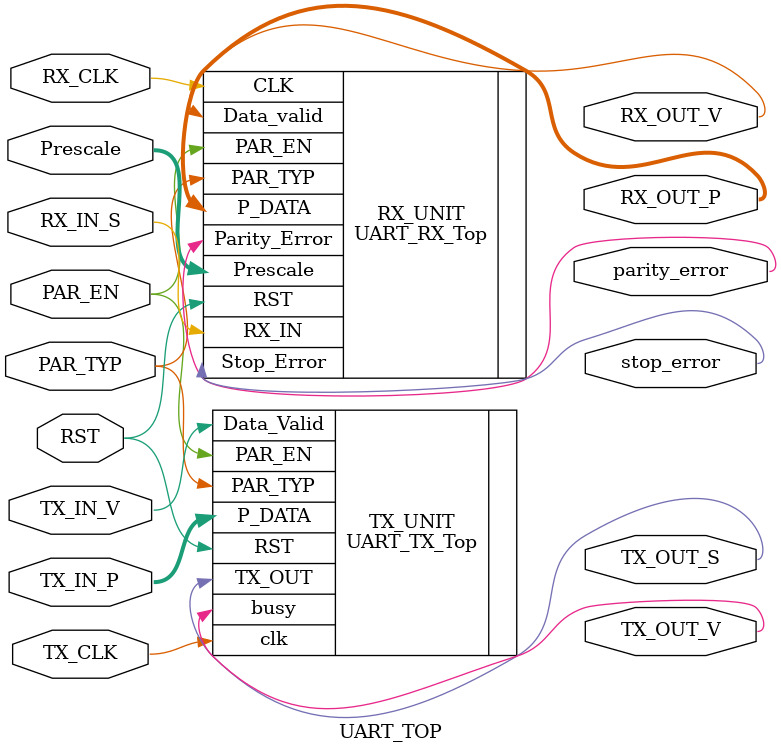
<source format=v>
module UART_TOP 
(
    // Input Ports
    input  wire        TX_CLK    , // UART TX Clock Signal
    input  wire        RX_CLK    , // UART RX Clock Signal
    input  wire        RST       , // Synchronized reset signal
    input  wire        PAR_TYP   , // Parity Type
    input  wire        PAR_EN    , // Parity Enable
    input  wire [5:0]  Prescale  , // Oversampling Prescale
    input  wire [7:0]  TX_IN_P   , // Input TX data byte
    input  wire        TX_IN_V   , // Input TX data valid signal
    input  wire        RX_IN_S   , // Input RX UART frame
    
    // TX Output Ports
    output wire        TX_OUT_S  , // TX Frame Serial Out
    output wire        TX_OUT_V  , // TX Out Valid signal
    
    // RX Output Ports
    output wire [7:0]  RX_OUT_P      , // RX Out Data
    output wire        RX_OUT_V      , // RX Out Data Valid signal
    output wire        parity_error  , // Parity error detection flag
    output wire        stop_error      // Stop bit error flag
);



// ========================
// TX Submodule Instantiation
// ========================
UART_TX_Top TX_UNIT 
(
    .RST        (RST)      , // Reset input
    .clk        (TX_CLK)   , // TX clock
    .PAR_TYP    (PAR_TYP)  , // Parity type
    .PAR_EN     (PAR_EN)   , // Parity enable
    .P_DATA     (TX_IN_P)  , // Parallel input data
    .Data_Valid (TX_IN_V)  , // Data valid flag
    .TX_OUT     (TX_OUT_S) , // Serial output
    .busy       (TX_OUT_V)   // TX busy flag mapped to TX_OUT_V
);



// ========================
// RX Submodule Instantiation
// ========================
UART_RX_Top RX_UNIT
(
    .RST          (RST)          , // Reset input
    .CLK          (RX_CLK)       , // RX clock
    .PAR_TYP      (PAR_TYP)      , // Parity type
    .PAR_EN       (PAR_EN)       , // Parity enable
    .Prescale     (Prescale)     , // Oversampling prescale
    .RX_IN        (RX_IN_S)      , // Serial RX input
    .P_DATA       (RX_OUT_P)     , // Received parallel data
    .Data_valid   (RX_OUT_V)     , // RX data valid flag
    .Parity_Error (parity_error) , // RX parity error flag
    .Stop_Error   (stop_error)     // RX framing error flag
);

endmodule

</source>
